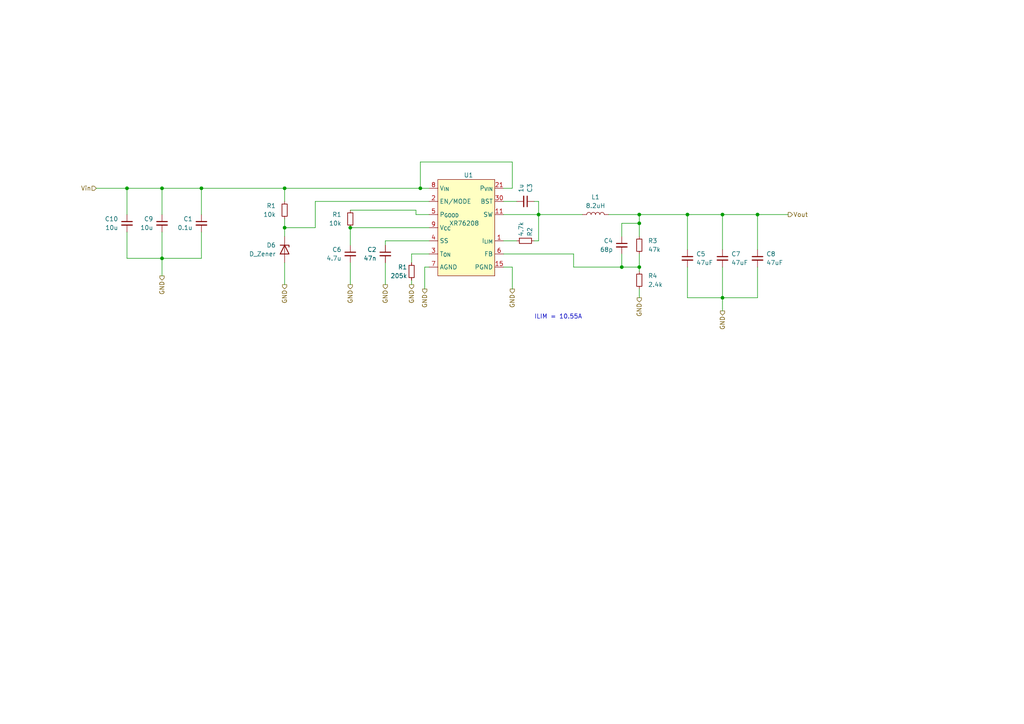
<source format=kicad_sch>
(kicad_sch (version 20230121) (generator eeschema)
  (paper "A4")
  (lib_symbols
    (symbol "Device:C_Small" (pin_numbers hide) (pin_names (offset 0.254) hide)
      (property "Reference" "C" (at 0.254 1.778 0))
      (property "Value" "C_Small" (at 0.254 -2.032 0))
      (symbol "C_Small_0_1"
        (polyline (pts (xy -1.524 -0.508) (xy 1.524 -0.508)) (stroke (width 0.3302)))
        (polyline (pts (xy -1.524 0.508) (xy 1.524 0.508)) (stroke (width 0.3048)))
      )
      (symbol "C_Small_1_1"
        (pin passive line (at 0 2.54 270) (length 2.032) (name "~") (number "1"))
        (pin passive line (at 0 -2.54 90) (length 2.032) (name "~") (number "2"))
      )
    )
    (symbol "Device:D_Zener" (pin_numbers hide) (pin_names (offset 1.016) hide)
      (property "Reference" "D" (at 0 2.54 0))
      (property "Value" "D_Zener" (at 0 -2.54 0))
      (symbol "D_Zener_0_1"
        (polyline (pts (xy 1.27 0) (xy -1.27 0)))
        (polyline (pts (xy -1.27 -1.27) (xy -1.27 1.27) (xy -0.762 1.27)) (stroke (width 0.254)))
        (polyline (pts (xy 1.27 -1.27) (xy 1.27 1.27) (xy -1.27 0) (xy 1.27 -1.27)) (stroke (width 0.254)))
      )
      (symbol "D_Zener_1_1"
        (pin passive line (at -3.81 0 0) (length 2.54) (name "K") (number "1"))
        (pin passive line (at 3.81 0 180) (length 2.54) (name "A") (number "2"))
      )
    )
    (symbol "Device:L" (pin_numbers hide) (pin_names (offset 1.016) hide)
      (property "Reference" "L" (at -1.27 0 90))
      (property "Value" "L" (at 1.905 0 90))
      (symbol "L_0_1"
        (arc (start 0 -2.54) (mid 0.6323 -1.905) (end 0 -1.27))
        (arc (start 0 -1.27) (mid 0.6323 -0.635) (end 0 0))
        (arc (start 0 0) (mid 0.6323 0.635) (end 0 1.27))
        (arc (start 0 1.27) (mid 0.6323 1.905) (end 0 2.54))
      )
      (symbol "L_1_1"
        (pin passive line (at 0 3.81 270) (length 1.27) (name "1") (number "1"))
        (pin passive line (at 0 -3.81 90) (length 1.27) (name "2") (number "2"))
      )
    )
    (symbol "Device:R_Small" (pin_numbers hide) (pin_names (offset 0.254) hide)
      (property "Reference" "R" (at 0.762 0.508 0))
      (property "Value" "R_Small" (at 0.762 -1.016 0))
      (symbol "R_Small_0_1"
        (rectangle (start -0.762 1.778) (end 0.762 -1.778) (stroke (width 0.2032)))
      )
      (symbol "R_Small_1_1"
        (pin passive line (at 0 2.54 270) (length 0.762) (name "~") (number "1"))
        (pin passive line (at 0 -2.54 90) (length 0.762) (name "~") (number "2"))
      )
    )
    (symbol "RDC_generic:XR76208"
      (property "Reference" "U" (at 0 13.97 0))
      (symbol "XR76208_1_1"
        (rectangle (start -8.89 12.7) (end 7.62 -15.24) (fill (type background)))
        (pin input line (at 10.16 -5.08 180) (length 2.54) (name "I_{LIM}") (number "1"))
        (pin input line (at -11.43 -12.7 0) (length 2.54) hide (name "AGND") (number "10"))
        (pin input line (at 10.16 2.54 180) (length 2.54) (name "SW") (number "11"))
        (pin input line (at 10.16 2.54 180) (length 2.54) hide (name "SW") (number "12"))
        (pin input line (at 10.16 2.54 180) (length 2.54) hide (name "SW") (number "13"))
        (pin input line (at 10.16 2.54 180) (length 2.54) hide (name "SW") (number "14"))
        (pin input line (at 10.16 -12.7 180) (length 2.54) (name "PGND") (number "15"))
        (pin input line (at 10.16 -12.7 180) (length 2.54) hide (name "PGND") (number "16"))
        (pin input line (at 10.16 -12.7 180) (length 2.54) hide (name "PGND") (number "17"))
        (pin input line (at 10.16 -12.7 180) (length 2.54) hide (name "PGND") (number "18"))
        (pin input line (at 10.16 -12.7 180) (length 2.54) hide (name "PGND") (number "19"))
        (pin input line (at -11.43 6.35 0) (length 2.54) (name "EN/MODE") (number "2"))
        (pin no_connect line (at 10.16 -1.27 180) (length 2.54) hide (name "SW") (number "20"))
        (pin input line (at 10.16 10.16 180) (length 2.54) (name "P_{VIN}") (number "21"))
        (pin input line (at 10.16 10.16 180) (length 2.54) hide (name "P_{VIN}") (number "22"))
        (pin input line (at 10.16 10.16 180) (length 2.54) hide (name "P_{VIN}") (number "23"))
        (pin input line (at 10.16 10.16 180) (length 2.54) hide (name "P_{VIN}") (number "24"))
        (pin input line (at 10.16 10.16 180) (length 2.54) hide (name "P_{VIN}") (number "25"))
        (pin input line (at 10.16 10.16 180) (length 2.54) hide (name "P_{VIN}") (number "26"))
        (pin input line (at 10.16 10.16 180) (length 2.54) hide (name "P_{VIN}") (number "27"))
        (pin input line (at 10.16 10.16 180) (length 2.54) hide (name "P_{VIN}") (number "28"))
        (pin input line (at 10.16 2.54 180) (length 2.54) hide (name "SW") (number "29"))
        (pin input line (at -11.43 -8.89 0) (length 2.54) (name "T_{ON}") (number "3"))
        (pin input line (at 10.16 6.35 180) (length 2.54) (name "BST") (number "30"))
        (pin input line (at -11.43 -5.08 0) (length 2.54) (name "SS") (number "4"))
        (pin input line (at -11.43 2.54 0) (length 2.54) (name "P_{GOOD}") (number "5"))
        (pin input line (at 10.16 -8.89 180) (length 2.54) (name "FB") (number "6"))
        (pin input line (at -11.43 -12.7 0) (length 2.54) (name "AGND") (number "7"))
        (pin input line (at -11.43 10.16 0) (length 2.54) (name "V_{IN}") (number "8"))
        (pin input line (at -11.43 -1.27 0) (length 2.54) (name "V_{CC}") (number "9"))
        (pin input line (at -11.43 -12.7 0) (length 2.54) hide (name "AGND") (number "AGND"))
        (pin input line (at 10.16 -12.7 180) (length 2.54) hide (name "PGND") (number "PGND"))
        (pin input line (at 10.16 10.16 180) (length 2.54) hide (name "P_{VIN}") (number "PVIN"))
        (pin input line (at 10.16 2.54 180) (length 2.54) hide (name "SW") (number "SW"))
      )
    )
  )
  (junction (at 180.34 77.47))
  (junction (at 82.55 54.61))
  (junction (at 219.71 62.23))
  (junction (at 46.99 54.61))
  (junction (at 121.92 54.61))
  (junction (at 185.42 77.47))
  (junction (at 209.55 86.36))
  (junction (at 46.99 74.93))
  (junction (at 209.55 62.23))
  (junction (at 82.55 66.04))
  (junction (at 58.42 54.61))
  (junction (at 185.42 64.77))
  (junction (at 156.21 62.23))
  (junction (at 36.83 54.61))
  (junction (at 199.39 62.23))
  (junction (at 101.6 66.04))
  (junction (at 185.42 62.23))
  (wire (pts (xy 120.65 60.96) (xy 120.65 62.23)))
  (wire (pts (xy 180.34 73.66) (xy 180.34 77.47)))
  (wire (pts (xy 166.37 77.47) (xy 180.34 77.47)))
  (wire (pts (xy 180.34 64.77) (xy 180.34 68.58)))
  (wire (pts (xy 27.94 54.61) (xy 36.83 54.61)))
  (wire (pts (xy 156.21 58.42) (xy 156.21 62.23)))
  (wire (pts (xy 185.42 83.82) (xy 185.42 86.36)))
  (wire (pts (xy 124.46 54.61) (xy 121.92 54.61)))
  (wire (pts (xy 185.42 64.77) (xy 185.42 68.58)))
  (wire (pts (xy 124.46 77.47) (xy 123.19 77.47)))
  (wire (pts (xy 82.55 66.04) (xy 91.44 66.04)))
  (wire (pts (xy 46.99 74.93) (xy 58.42 74.93)))
  (wire (pts (xy 154.94 58.42) (xy 156.21 58.42)))
  (wire (pts (xy 199.39 62.23) (xy 209.55 62.23)))
  (wire (pts (xy 219.71 77.47) (xy 219.71 86.36)))
  (wire (pts (xy 124.46 69.85) (xy 111.76 69.85)))
  (wire (pts (xy 185.42 62.23) (xy 176.53 62.23)))
  (wire (pts (xy 146.05 69.85) (xy 149.86 69.85)))
  (wire (pts (xy 58.42 54.61) (xy 58.42 62.23)))
  (wire (pts (xy 36.83 54.61) (xy 36.83 62.23)))
  (wire (pts (xy 123.19 77.47) (xy 123.19 83.82)))
  (wire (pts (xy 101.6 66.04) (xy 124.46 66.04)))
  (wire (pts (xy 111.76 76.2) (xy 111.76 82.55)))
  (wire (pts (xy 101.6 60.96) (xy 120.65 60.96)))
  (wire (pts (xy 185.42 62.23) (xy 185.42 64.77)))
  (wire (pts (xy 219.71 86.36) (xy 209.55 86.36)))
  (wire (pts (xy 119.38 81.28) (xy 119.38 82.55)))
  (wire (pts (xy 82.55 54.61) (xy 121.92 54.61)))
  (wire (pts (xy 58.42 54.61) (xy 82.55 54.61)))
  (wire (pts (xy 219.71 62.23) (xy 209.55 62.23)))
  (wire (pts (xy 209.55 86.36) (xy 199.39 86.36)))
  (wire (pts (xy 124.46 58.42) (xy 91.44 58.42)))
  (wire (pts (xy 82.55 68.58) (xy 82.55 66.04)))
  (wire (pts (xy 119.38 76.2) (xy 119.38 73.66)))
  (wire (pts (xy 58.42 74.93) (xy 58.42 67.31)))
  (wire (pts (xy 199.39 62.23) (xy 199.39 72.39)))
  (wire (pts (xy 46.99 54.61) (xy 58.42 54.61)))
  (wire (pts (xy 219.71 62.23) (xy 228.6 62.23)))
  (wire (pts (xy 146.05 58.42) (xy 149.86 58.42)))
  (wire (pts (xy 121.92 46.99) (xy 121.92 54.61)))
  (wire (pts (xy 111.76 69.85) (xy 111.76 71.12)))
  (wire (pts (xy 82.55 63.5) (xy 82.55 66.04)))
  (wire (pts (xy 180.34 64.77) (xy 185.42 64.77)))
  (wire (pts (xy 209.55 86.36) (xy 209.55 90.17)))
  (wire (pts (xy 82.55 76.2) (xy 82.55 82.55)))
  (wire (pts (xy 166.37 73.66) (xy 166.37 77.47)))
  (wire (pts (xy 82.55 54.61) (xy 82.55 58.42)))
  (wire (pts (xy 46.99 74.93) (xy 46.99 80.01)))
  (wire (pts (xy 146.05 54.61) (xy 148.59 54.61)))
  (wire (pts (xy 148.59 54.61) (xy 148.59 46.99)))
  (wire (pts (xy 36.83 74.93) (xy 46.99 74.93)))
  (wire (pts (xy 199.39 77.47) (xy 199.39 86.36)))
  (wire (pts (xy 148.59 46.99) (xy 121.92 46.99)))
  (wire (pts (xy 119.38 73.66) (xy 124.46 73.66)))
  (wire (pts (xy 154.94 69.85) (xy 156.21 69.85)))
  (wire (pts (xy 185.42 73.66) (xy 185.42 77.47)))
  (wire (pts (xy 46.99 54.61) (xy 46.99 62.23)))
  (wire (pts (xy 209.55 77.47) (xy 209.55 86.36)))
  (wire (pts (xy 101.6 76.2) (xy 101.6 82.55)))
  (wire (pts (xy 185.42 62.23) (xy 199.39 62.23)))
  (wire (pts (xy 46.99 67.31) (xy 46.99 74.93)))
  (wire (pts (xy 156.21 62.23) (xy 156.21 69.85)))
  (wire (pts (xy 36.83 67.31) (xy 36.83 74.93)))
  (wire (pts (xy 146.05 77.47) (xy 148.59 77.47)))
  (wire (pts (xy 219.71 72.39) (xy 219.71 62.23)))
  (wire (pts (xy 146.05 73.66) (xy 166.37 73.66)))
  (wire (pts (xy 91.44 58.42) (xy 91.44 66.04)))
  (wire (pts (xy 209.55 62.23) (xy 209.55 72.39)))
  (wire (pts (xy 36.83 54.61) (xy 46.99 54.61)))
  (wire (pts (xy 185.42 78.74) (xy 185.42 77.47)))
  (wire (pts (xy 101.6 71.12) (xy 101.6 66.04)))
  (wire (pts (xy 156.21 62.23) (xy 168.91 62.23)))
  (wire (pts (xy 120.65 62.23) (xy 124.46 62.23)))
  (wire (pts (xy 180.34 77.47) (xy 185.42 77.47)))
  (wire (pts (xy 148.59 77.47) (xy 148.59 83.82)))
  (wire (pts (xy 146.05 62.23) (xy 156.21 62.23)))
  (text "ILIM = 10.55A" (at 154.94 92.71 0) (effects (font (size 1.27 1.27)) (justify left bottom)))
  (hierarchical_label "GND" (shape output) (at 111.76 82.55 270))
  (hierarchical_label "GND" (shape output) (at 82.55 82.55 270))
  (hierarchical_label "GND" (shape output) (at 119.38 82.55 270))
  (hierarchical_label "GND" (shape output) (at 209.55 90.17 270))
  (hierarchical_label "GND" (shape output) (at 148.59 83.82 270))
  (hierarchical_label "GND" (shape output) (at 123.19 83.82 270))
  (hierarchical_label "Vout" (shape output) (at 228.6 62.23 0))
  (hierarchical_label "GND" (shape output) (at 101.6 82.55 270))
  (hierarchical_label "GND" (shape output) (at 185.42 86.36 270))
  (hierarchical_label "Vin" (shape input) (at 27.94 54.61 180))
  (hierarchical_label "GND" (shape output) (at 46.99 80.01 270))
  (symbol (lib_id "Device:C_Small") (at 219.71 74.93 0) (mirror y) (unit 1)
    (property "Reference" "C8" (at 222.25 73.6663 0) (effects (justify right)))
    (property "Value" "47uF" (at 222.25 76.2063 0) (effects (justify right)))
    (property "Footprint" "Capacitor_SMD:C_1210_3225Metric" (effects hide))
    (property "LCSC" "C90142" (effects hide))
    (instances (project "schematic_PWR" (path "" (reference "C8") (unit 1)) (path "" (reference "C17") (unit 1))))
  )
  (symbol (lib_id "Device:C_Small") (at 209.55 74.93 0) (mirror y) (unit 1)
    (property "Reference" "C7" (at 212.09 73.6663 0) (effects (justify right)))
    (property "Value" "47uF" (at 212.09 76.2063 0) (effects (justify right)))
    (property "Footprint" "Capacitor_SMD:C_1210_3225Metric" (effects hide))
    (property "LCSC" "C90142" (effects hide))
    (instances (project "schematic_PWR" (path "" (reference "C7") (unit 1)) (path "" (reference "C16") (unit 1))))
  )
  (symbol (lib_id "Device:C_Small") (at 199.39 74.93 0) (mirror y) (unit 1)
    (property "Reference" "C5" (at 201.93 73.6663 0) (effects (justify right)))
    (property "Value" "47uF" (at 201.93 76.2063 0) (effects (justify right)))
    (property "Footprint" "Capacitor_SMD:C_1210_3225Metric" (effects hide))
    (property "LCSC" "C90142" (effects hide))
    (instances (project "schematic_PWR" (path "" (reference "C5") (unit 1)) (path "" (reference "C15") (unit 1))))
  )
  (symbol (lib_id "Device:R_Small") (at 82.55 60.96 0) (unit 1)
    (property "Reference" "R1" (at 80.01 59.69 0) (effects (justify right)))
    (property "Value" "10k" (at 80.01 62.23 0) (effects (justify right)))
    (property "Footprint" "Resistor_SMD:R_0402_1005Metric" (effects hide))
    (property "LCSC" "C25744" (effects hide))
    (instances (project "schematic_PWR" (path "" (reference "R1") (unit 1)) (path "" (reference "R12") (unit 1))))
  )
  (symbol (lib_id "Device:R_Small") (at 185.42 81.28 0) (mirror y) (unit 1)
    (property "Reference" "R4" (at 187.96 80.01 0) (effects (justify right)))
    (property "Value" "2.4k" (at 187.96 82.55 0) (effects (justify right)))
    (property "Footprint" "Resistor_SMD:R_0402_1005Metric" (effects hide))
    (property "LCSC" "C25882" (effects hide))
    (instances (project "schematic_PWR" (path "" (reference "R4") (unit 1)) (path "" (reference "R17") (unit 1))))
  )
  (symbol (lib_id "Device:C_Small") (at 111.76 73.66 0) (unit 1)
    (property "Reference" "C2" (at 109.22 72.3963 0) (effects (justify right)))
    (property "Value" "47n" (at 109.22 74.9363 0) (effects (justify right)))
    (property "Footprint" "Capacitor_SMD:C_0603_1608Metric" (effects hide))
    (property "LCSC" "C1622" (effects hide))
    (instances (project "schematic_PWR" (path "" (reference "C2") (unit 1)) (path "" (reference "C12") (unit 1))))
  )
  (symbol (lib_id "RDC_generic:XR76208") (at 135.89 64.77 0) (unit 1)
    (property "Reference" "U1" (at 135.89 50.8 0))
    (property "Value" "XR76208" (at 134.62 64.77 0))
    (property "Footprint" "RDC_generic:XR76208" (effects hide))
    (property "LCSC" "C555356" (effects hide))
    (instances (project "schematic_PWR" (path "" (reference "U1") (unit 1)) (path "" (reference "U2") (unit 1))))
  )
  (symbol (lib_id "Device:R_Small") (at 152.4 69.85 270) (unit 1)
    (property "Reference" "R2" (at 153.67 68.58 0) (effects (justify right)))
    (property "Value" "4.7k" (at 151.13 68.58 0) (effects (justify right)))
    (property "Footprint" "Resistor_SMD:R_0402_1005Metric" (effects hide))
    (property "LCSC" "C25900" (effects hide))
    (instances (project "schematic_PWR" (path "" (reference "R2") (unit 1)) (path "" (reference "R15") (unit 1))))
  )
  (symbol (lib_id "Device:C_Small") (at 36.83 64.77 0) (unit 1)
    (property "Reference" "C10" (at 34.29 63.5063 0) (effects (justify right)))
    (property "Value" "10u" (at 34.29 66.0463 0) (effects (justify right)))
    (property "Footprint" "Capacitor_SMD:C_1210_3225Metric" (effects hide))
    (property "LCSC" "C337485" (effects hide))
    (instances (project "schematic_PWR" (path "" (reference "C10") (unit 1)) (path "" (reference "C8") (unit 1))))
  )
  (symbol (lib_id "Device:R_Small") (at 119.38 78.74 0) (unit 1)
    (property "Reference" "R1" (at 118.11 77.47 0) (effects (justify right)))
    (property "Value" "205k" (at 118.11 80.01 0) (effects (justify right)))
    (property "Footprint" "Resistor_SMD:R_0402_1005Metric" (effects hide))
    (property "LCSC" "C226887" (effects hide))
    (instances (project "schematic_PWR" (path "" (reference "R1") (unit 1)) (path "" (reference "R14") (unit 1))))
  )
  (symbol (lib_id "Device:D_Zener") (at 82.55 72.39 270) (unit 1)
    (property "Reference" "D6" (at 80.01 71.12 90) (effects (justify right)))
    (property "Value" "D_Zener" (at 80.01 73.66 90) (effects (justify right)))
    (property "Footprint" "Diode_SMD:D_SOD-123" (effects hide))
    (property "LCSC" "C19077392" (effects hide))
  )
  (symbol (lib_id "Device:R_Small") (at 185.42 71.12 0) (mirror y) (unit 1)
    (property "Reference" "R3" (at 187.96 69.85 0) (effects (justify right)))
    (property "Value" "47k" (at 187.96 72.39 0) (effects (justify right)))
    (property "Footprint" "Resistor_SMD:R_0402_1005Metric" (effects hide))
    (property "LCSC" "C25792" (effects hide))
    (instances (project "schematic_PWR" (path "" (reference "R3") (unit 1)) (path "" (reference "R16") (unit 1))))
  )
  (symbol (lib_id "Device:R_Small") (at 101.6 63.5 0) (unit 1)
    (property "Reference" "R1" (at 99.06 62.23 0) (effects (justify right)))
    (property "Value" "10k" (at 99.06 64.77 0) (effects (justify right)))
    (property "Footprint" "Resistor_SMD:R_0402_1005Metric" (effects hide))
    (property "LCSC" "C25744" (effects hide))
    (instances (project "schematic_PWR" (path "" (reference "R1") (unit 1)) (path "" (reference "R13") (unit 1))))
  )
  (symbol (lib_id "Device:L") (at 172.72 62.23 90) (unit 1)
    (property "Reference" "L1" (at 172.72 57.15 90))
    (property "Value" "8.2uH" (at 172.72 59.69 90))
    (property "Footprint" "Inductor_SMD:L_Sunlord_MWSA1004S" (effects hide))
    (property "LCSC" "C167232" (effects hide))
  )
  (symbol (lib_id "Device:C_Small") (at 152.4 58.42 270) (unit 1)
    (property "Reference" "C3" (at 153.6637 55.88 0) (effects (justify right)))
    (property "Value" "1u" (at 151.1237 55.88 0) (effects (justify right)))
    (property "Footprint" "Capacitor_SMD:C_0603_1608Metric" (effects hide))
    (property "LCSC" "C15849" (effects hide))
    (instances (project "schematic_PWR" (path "" (reference "C3") (unit 1)) (path "" (reference "C13") (unit 1))))
  )
  (symbol (lib_id "Device:C_Small") (at 180.34 71.12 0) (unit 1)
    (property "Reference" "C4" (at 177.8 69.8563 0) (effects (justify right)))
    (property "Value" "68p" (at 177.8 72.3963 0) (effects (justify right)))
    (property "Footprint" "Capacitor_SMD:C_0603_1608Metric" (effects hide))
    (property "LCSC" "C28262" (effects hide))
    (instances (project "schematic_PWR" (path "" (reference "C4") (unit 1)) (path "" (reference "C14") (unit 1))))
  )
  (symbol (lib_id "Device:C_Small") (at 58.42 64.77 0) (unit 1)
    (property "Reference" "C1" (at 55.88 63.5063 0) (effects (justify right)))
    (property "Value" "0.1u" (at 55.88 66.0463 0) (effects (justify right)))
    (property "Footprint" "Capacitor_SMD:C_0603_1608Metric" (effects hide))
    (property "LCSC" "C14663" (effects hide))
    (instances (project "schematic_PWR" (path "" (reference "C1") (unit 1)) (path "" (reference "C10") (unit 1))))
  )
  (symbol (lib_id "Device:C_Small") (at 46.99 64.77 0) (unit 1)
    (property "Reference" "C9" (at 44.45 63.5063 0) (effects (justify right)))
    (property "Value" "10u" (at 44.45 66.0463 0) (effects (justify right)))
    (property "Footprint" "Capacitor_SMD:C_1210_3225Metric" (effects hide))
    (property "LCSC" "C337485" (effects hide))
  )
  (symbol (lib_id "Device:C_Small") (at 101.6 73.66 0) (unit 1)
    (property "Reference" "C6" (at 99.06 72.3963 0) (effects (justify right)))
    (property "Value" "4.7u" (at 99.06 74.9363 0) (effects (justify right)))
    (property "Footprint" "Capacitor_SMD:C_0603_1608Metric" (effects hide))
    (property "LCSC" "C1779" (effects hide))
    (instances (project "schematic_PWR" (path "" (reference "C6") (unit 1)) (path "" (reference "C11") (unit 1))))
  )
)
</source>
